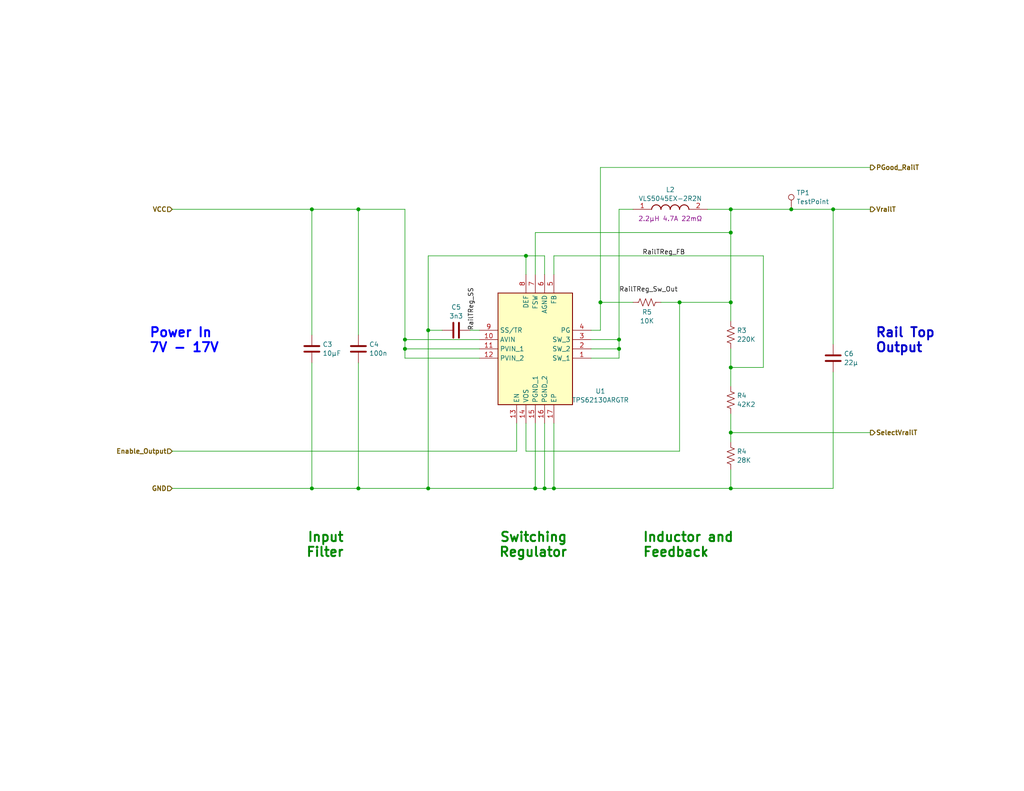
<source format=kicad_sch>
(kicad_sch (version 20230121) (generator eeschema)
  (paper "USLetter")
  (title_block (title "1016 Breadboard Power Supply - Rail T Power Regulator") (date "2023-10-01") (rev "1") (company "Dan Wilson") (comment 1 "Copyright © 2023, Dan Wilson"))
  (lib_symbols
    (symbol "1016:TPS62130RGTR"
      (property "Reference" "U**" (at 26.67 17.78 0))
      (property "Value" "TPS62130RGTR" (at 26.67 15.24 0))
      (symbol "TPS62130RGTR_1_1"
        (rectangle (start 5.08 12.7) (end 25.4 -17.78) (stroke (width 0.254)) (fill (type background)))
        (pin passive line (at 0 0 0) (length 5.08) (name "SW_1") (number "1"))
        (pin passive line (at 30.48 -5.08 180) (length 5.08) (name "AVIN") (number "10"))
        (pin passive line (at 30.48 -2.54 180) (length 5.08) (name "PVIN_1") (number "11"))
        (pin passive line (at 30.48 0 180) (length 5.08) (name "PVIN_2") (number "12"))
        (pin passive line (at 20.32 17.78 270) (length 5.08) (name "EN") (number "13"))
        (pin passive line (at 17.78 17.78 270) (length 5.08) (name "VOS") (number "14"))
        (pin passive line (at 15.24 17.78 270) (length 5.08) (name "PGND_1") (number "15"))
        (pin passive line (at 12.7 17.78 270) (length 5.08) (name "PGND_2") (number "16"))
        (pin passive line (at 10.16 17.78 270) (length 5.08) (name "EP") (number "17"))
        (pin passive line (at 0 -2.54 0) (length 5.08) (name "SW_2") (number "2"))
        (pin passive line (at 0 -5.08 0) (length 5.08) (name "SW_3") (number "3"))
        (pin passive line (at 0 -7.62 0) (length 5.08) (name "PG") (number "4"))
        (pin passive line (at 10.16 -22.86 90) (length 5.08) (name "FB") (number "5"))
        (pin passive line (at 12.7 -22.86 90) (length 5.08) (name "AGND") (number "6"))
        (pin passive line (at 15.24 -22.86 90) (length 5.08) (name "FSW") (number "7"))
        (pin passive line (at 17.78 -22.86 90) (length 5.08) (name "DEF") (number "8"))
        (pin passive line (at 30.48 -7.62 180) (length 5.08) (name "SS/TR") (number "9"))
      )
    )
    (symbol "1016:VLS5045EX-2R2N" (pin_names hide)
      (property "Reference" "L" (at 16.51 6.35 0))
      (property "Value" "VLS5045EX-2R2N" (at 16.51 3.81 0))
      (symbol "VLS5045EX-2R2N_1_1"
        (arc (start 7.62 0) (mid 6.35 1.219) (end 5.08 0) (stroke (width 0.254)))
        (arc (start 10.16 0) (mid 8.89 1.219) (end 7.62 0) (stroke (width 0.254)))
        (arc (start 12.7 0) (mid 11.43 1.219) (end 10.16 0) (stroke (width 0.254)))
        (arc (start 15.24 0) (mid 13.97 1.219) (end 12.7 0) (stroke (width 0.254)))
        (pin passive line (at 0 0 0) (length 5.08) (name "1") (number "1"))
        (pin passive line (at 20.32 0 180) (length 5.08) (name "2") (number "2"))
      )
    )
    (symbol "Connector:TestPoint" (pin_numbers hide) (pin_names (offset 0.762) hide)
      (property "Reference" "TP" (at 0 6.858 0))
      (property "Value" "TestPoint" (at 0 5.08 0))
      (symbol "TestPoint_0_1"
        (circle (center 0 3.302) (radius 0.762))
      )
      (symbol "TestPoint_1_1"
        (pin passive line (at 0 0 90) (length 2.54) (name "1") (number "1"))
      )
    )
    (symbol "Device:C" (pin_numbers hide) (pin_names (offset 0.254))
      (property "Reference" "C" (at 0.635 2.54 0))
      (property "Value" "C" (at 0.635 -2.54 0))
      (symbol "C_0_1"
        (polyline (pts (xy -2.032 -0.762) (xy 2.032 -0.762)) (stroke (width 0.508)))
        (polyline (pts (xy -2.032 0.762) (xy 2.032 0.762)) (stroke (width 0.508)))
      )
      (symbol "C_1_1"
        (pin passive line (at 0 3.81 270) (length 2.794) (name "~") (number "1"))
        (pin passive line (at 0 -3.81 90) (length 2.794) (name "~") (number "2"))
      )
    )
    (symbol "Device:R_US" (pin_numbers hide) (pin_names (offset 0))
      (property "Reference" "R" (at 2.54 0 90))
      (property "Value" "R_US" (at -2.54 0 90))
      (symbol "R_US_0_1"
        (polyline (pts (xy 0 -2.286) (xy 0 -2.54)))
        (polyline (pts (xy 0 2.286) (xy 0 2.54)))
        (polyline (pts (xy 0 -0.762) (xy 1.016 -1.143) (xy 0 -1.524) (xy -1.016 -1.905) (xy 0 -2.286)))
        (polyline (pts (xy 0 0.762) (xy 1.016 0.381) (xy 0 0) (xy -1.016 -0.381) (xy 0 -0.762)))
        (polyline (pts (xy 0 2.286) (xy 1.016 1.905) (xy 0 1.524) (xy -1.016 1.143) (xy 0 0.762)))
      )
      (symbol "R_US_1_1"
        (pin passive line (at 0 3.81 270) (length 1.27) (name "~") (number "1"))
        (pin passive line (at 0 -3.81 90) (length 1.27) (name "~") (number "2"))
      )
    )
  )
  (junction (at 227.33 57.15))
  (junction (at 199.39 100.33))
  (junction (at 85.09 57.15))
  (junction (at 199.39 57.15))
  (junction (at 199.39 82.55))
  (junction (at 146.05 133.35))
  (junction (at 163.83 82.55))
  (junction (at 85.09 133.35))
  (junction (at 168.91 92.71))
  (junction (at 97.79 133.35))
  (junction (at 168.91 95.25))
  (junction (at 116.84 90.17))
  (junction (at 110.49 92.71))
  (junction (at 110.49 95.25))
  (junction (at 199.39 63.5))
  (junction (at 143.51 69.85))
  (junction (at 148.59 133.35))
  (junction (at 199.39 133.35))
  (junction (at 116.84 133.35))
  (junction (at 97.79 57.15))
  (junction (at 185.42 82.55))
  (junction (at 199.39 118.11))
  (junction (at 215.9 57.15))
  (junction (at 151.13 133.35))
  (wire (pts (xy 128.27 90.17) (xy 130.81 90.17)))
  (wire (pts (xy 227.33 133.35) (xy 227.33 101.6)))
  (wire (pts (xy 237.49 45.72) (xy 163.83 45.72)))
  (wire (pts (xy 97.79 133.35) (xy 85.09 133.35)))
  (wire (pts (xy 161.29 97.79) (xy 168.91 97.79)))
  (wire (pts (xy 110.49 95.25) (xy 130.81 95.25)))
  (wire (pts (xy 168.91 57.15) (xy 168.91 92.71)))
  (wire (pts (xy 146.05 63.5) (xy 199.39 63.5)))
  (wire (pts (xy 110.49 92.71) (xy 130.81 92.71)))
  (wire (pts (xy 151.13 133.35) (xy 199.39 133.35)))
  (wire (pts (xy 140.97 123.19) (xy 140.97 115.57)))
  (wire (pts (xy 227.33 93.98) (xy 227.33 57.15)))
  (wire (pts (xy 110.49 97.79) (xy 110.49 95.25)))
  (wire (pts (xy 143.51 69.85) (xy 116.84 69.85)))
  (wire (pts (xy 185.42 82.55) (xy 185.42 123.19)))
  (wire (pts (xy 151.13 69.85) (xy 151.13 74.93)))
  (wire (pts (xy 199.39 100.33) (xy 208.28 100.33)))
  (wire (pts (xy 168.91 95.25) (xy 168.91 97.79)))
  (wire (pts (xy 148.59 69.85) (xy 143.51 69.85)))
  (wire (pts (xy 130.81 97.79) (xy 110.49 97.79)))
  (wire (pts (xy 163.83 45.72) (xy 163.83 82.55)))
  (wire (pts (xy 85.09 57.15) (xy 46.99 57.15)))
  (wire (pts (xy 151.13 133.35) (xy 151.13 115.57)))
  (wire (pts (xy 85.09 133.35) (xy 46.99 133.35)))
  (wire (pts (xy 193.04 57.15) (xy 199.39 57.15)))
  (wire (pts (xy 199.39 63.5) (xy 199.39 82.55)))
  (wire (pts (xy 163.83 82.55) (xy 163.83 90.17)))
  (wire (pts (xy 168.91 92.71) (xy 168.91 95.25)))
  (wire (pts (xy 161.29 92.71) (xy 168.91 92.71)))
  (wire (pts (xy 116.84 133.35) (xy 146.05 133.35)))
  (wire (pts (xy 146.05 74.93) (xy 146.05 63.5)))
  (wire (pts (xy 143.51 123.19) (xy 143.51 115.57)))
  (wire (pts (xy 215.9 57.15) (xy 227.33 57.15)))
  (wire (pts (xy 146.05 133.35) (xy 148.59 133.35)))
  (wire (pts (xy 97.79 57.15) (xy 85.09 57.15)))
  (wire (pts (xy 143.51 74.93) (xy 143.51 69.85)))
  (wire (pts (xy 97.79 99.06) (xy 97.79 133.35)))
  (wire (pts (xy 148.59 133.35) (xy 148.59 115.57)))
  (wire (pts (xy 110.49 57.15) (xy 97.79 57.15)))
  (wire (pts (xy 161.29 90.17) (xy 163.83 90.17)))
  (wire (pts (xy 143.51 123.19) (xy 185.42 123.19)))
  (wire (pts (xy 208.28 100.33) (xy 208.28 69.85)))
  (wire (pts (xy 208.28 69.85) (xy 151.13 69.85)))
  (wire (pts (xy 199.39 57.15) (xy 215.9 57.15)))
  (wire (pts (xy 199.39 118.11) (xy 199.39 120.65)))
  (wire (pts (xy 168.91 57.15) (xy 172.72 57.15)))
  (wire (pts (xy 199.39 57.15) (xy 199.39 63.5)))
  (wire (pts (xy 163.83 82.55) (xy 172.72 82.55)))
  (wire (pts (xy 161.29 95.25) (xy 168.91 95.25)))
  (wire (pts (xy 199.39 133.35) (xy 227.33 133.35)))
  (wire (pts (xy 199.39 113.03) (xy 199.39 118.11)))
  (wire (pts (xy 97.79 57.15) (xy 97.79 91.44)))
  (wire (pts (xy 227.33 57.15) (xy 237.49 57.15)))
  (wire (pts (xy 116.84 133.35) (xy 97.79 133.35)))
  (wire (pts (xy 116.84 90.17) (xy 120.65 90.17)))
  (wire (pts (xy 199.39 100.33) (xy 199.39 105.41)))
  (wire (pts (xy 148.59 133.35) (xy 151.13 133.35)))
  (wire (pts (xy 199.39 95.25) (xy 199.39 100.33)))
  (wire (pts (xy 185.42 82.55) (xy 199.39 82.55)))
  (wire (pts (xy 46.99 123.19) (xy 140.97 123.19)))
  (wire (pts (xy 199.39 118.11) (xy 237.49 118.11)))
  (wire (pts (xy 148.59 74.93) (xy 148.59 69.85)))
  (wire (pts (xy 199.39 128.27) (xy 199.39 133.35)))
  (wire (pts (xy 199.39 82.55) (xy 199.39 87.63)))
  (wire (pts (xy 85.09 99.06) (xy 85.09 133.35)))
  (wire (pts (xy 116.84 90.17) (xy 116.84 133.35)))
  (wire (pts (xy 116.84 69.85) (xy 116.84 90.17)))
  (wire (pts (xy 146.05 115.57) (xy 146.05 133.35)))
  (wire (pts (xy 110.49 95.25) (xy 110.49 92.71)))
  (wire (pts (xy 85.09 57.15) (xy 85.09 91.44)))
  (wire (pts (xy 110.49 92.71) (xy 110.49 57.15)))
  (wire (pts (xy 180.34 82.55) (xy 185.42 82.55)))
  (text "Rail Top\nOutput" (at 238.76 96.52 0) (effects (font (size 2.54 2.54) bold) (justify left bottom)))
  (text "Power In\n7V - 17V" (at 40.64 96.52 0) (effects (font (size 2.54 2.54) (thickness 0.508) bold) (justify left bottom)))
  (text "Input\nFilter" (at 93.98 152.4 0) (effects (font (size 2.54 2.54) bold) (justify right bottom)))
  (text "Inductor and\nFeedback" (at 175.26 152.4 0) (effects (font (size 2.54 2.54) bold) (justify left bottom)))
  (text "Switching\nRegulator" (at 154.94 152.4 0) (effects (font (size 2.54 2.54) bold) (justify right bottom)))
  (label "RailTReg_SS" (at 129.54 90.17 90))
  (label "RailTReg_FB" (at 175.26 69.85 0))
  (label "RailTReg_Sw_Out" (at 168.91 80.01 0))
  (hierarchical_label "Enable_Output" (shape input) (at 46.99 123.19 180) (effects (font bold)))
  (hierarchical_label "VCC" (shape input) (at 46.99 57.15 180) (effects (font bold)))
  (hierarchical_label "PGood_RailT" (shape output) (at 237.49 45.72 0) (effects (font bold)))
  (hierarchical_label "SelectVrailT" (shape output) (at 237.49 118.11 0) (effects (font bold)))
  (hierarchical_label "GND" (shape input) (at 46.99 133.35 180) (effects (font bold)))
  (hierarchical_label "VrailT" (shape output) (at 237.49 57.15 0) (effects (font (thickness 0.254) bold)))
  (symbol (lib_id "Device:R_US") (at 199.39 109.22 0) (unit 1)
    (property "Reference" "R4" (at 201.041 108.0079 0) (effects (justify left)))
    (property "Value" "42K2" (at 201.041 110.4321 0) (effects (justify left)))
    (property "Footprint" "Resistor_SMD:R_0603_1608Metric" (effects hide))
    (property "Datasheet" "https://www.mouser.com/datasheet/2/447/YAGEO_PYu_RC_Group_51_RoHS_L_12-3313492.pdf" (effects hide))
    (property "Description" "Feedback Rbot" (effects hide))
    (property "Height" "0.45" (effects hide))
    (property "LCSC Part Number" "C273741" (effects hide))
    (property "Manufacturer_Name" "Yageo" (effects hide))
    (property "Manufacturer_Part_Number" "RC0603FR-0742K2L" (effects hide))
    (property "Mouser Part Number" "603-RC0603FR-0742K2L" (effects hide))
    (property "Spec" "42K2 100mW" (effects hide))
    (instances (project "1016 Breadboard Power Supply" (path "" (reference "R4") (unit 1)) (path "" (reference "R8") (unit 1))))
  )
  (symbol (lib_id "Device:C") (at 85.09 95.25 0) (unit 1)
    (property "Reference" "C3" (at 88.011 94.0379 0) (effects (justify left)))
    (property "Value" "10µF" (at 88.011 96.4621 0) (effects (justify left)))
    (property "Footprint" "Capacitor_SMD:C_0603_1608Metric" (effects hide))
    (property "Datasheet" "https://www.mouser.com/datasheet/2/585/MLCC-1837944.pdf" (effects hide))
    (property "Description" "Input Capacitor" (effects hide))
    (property "Height" "0.8" (effects hide))
    (property "LCSC Part Number" "C96446" (effects hide))
    (property "Manufacturer_Name" "Samsung" (effects hide))
    (property "Manufacturer_Part_Number" "CL10A106MA8NRNC" (effects hide))
    (property "Mouser Part Number" "187-CL10A106MA8NRNC" (effects hide))
    (property "Spec" "10µ 25V" (effects hide))
    (instances (project "1016 Breadboard Power Supply" (path "" (reference "C3") (unit 1)) (path "" (reference "C7") (unit 1))))
  )
  (symbol (lib_id "Device:R_US") (at 199.39 124.46 0) (unit 1)
    (property "Reference" "R4" (at 201.041 123.2479 0) (effects (justify left)))
    (property "Value" "28K" (at 201.041 125.6721 0) (effects (justify left)))
    (property "Footprint" "Resistor_SMD:R_0603_1608Metric" (effects hide))
    (property "Datasheet" "https://www.mouser.com/datasheet/2/447/YAGEO_PYu_RC_Group_51_RoHS_L_12-3313492.pdf" (effects hide))
    (property "Description" "Feedback Rbot" (effects hide))
    (property "Height" "0.45" (effects hide))
    (property "LCSC Part Number" "C273777" (effects hide))
    (property "Manufacturer_Name" "Yageo" (effects hide))
    (property "Manufacturer_Part_Number" "RC0603FR-0728KL" (effects hide))
    (property "Mouser Part Number" "603-RC0603FR-0728KL" (effects hide))
    (property "Spec" "28K 100mW" (effects hide))
    (instances (project "1016 Breadboard Power Supply" (path "" (reference "R4") (unit 1)) (path "" (reference "R9") (unit 1))))
  )
  (symbol (lib_id "Device:C") (at 97.79 95.25 0) (unit 1)
    (property "Reference" "C4" (at 100.711 94.0379 0) (effects (justify left)))
    (property "Value" "100n" (at 100.711 96.4621 0) (effects (justify left)))
    (property "Footprint" "Capacitor_SMD:C_0603_1608Metric" (effects hide))
    (property "Datasheet" "https://www.mouser.com/datasheet/2/585/MLCC-1837944.pdf" (effects hide))
    (property "Description" "Bypass Capacitor" (effects hide))
    (property "Height" "0.8" (effects hide))
    (property "LCSC Part Number" "C1590" (effects hide))
    (property "Manufacturer_Name" "Samsung" (effects hide))
    (property "Manufacturer_Part_Number" "CL10B104KA8NNNC" (effects hide))
    (property "Mouser Part Number" "187-CL10B104KA8NNNC" (effects hide))
    (property "Spec" "100n 25V" (effects hide))
    (instances (project "1016 Breadboard Power Supply" (path "" (reference "C4") (unit 1)) (path "" (reference "C8") (unit 1))))
  )
  (symbol (lib_id "Device:R_US") (at 199.39 91.44 0) (unit 1)
    (property "Reference" "R3" (at 201.041 90.2279 0) (effects (justify left)))
    (property "Value" "220K" (at 201.041 92.6521 0) (effects (justify left)))
    (property "Footprint" "Resistor_SMD:R_0603_1608Metric" (effects hide))
    (property "Datasheet" "https://www.mouser.com/datasheet/2/447/YAGEO_PYu_RC_Group_51_RoHS_L_12-3313492.pdf" (effects hide))
    (property "Description" "Feedback Rtop" (effects hide))
    (property "Height" "0.45" (effects hide))
    (property "LCSC Part Number" "C123420" (effects hide))
    (property "Manufacturer_Name" "Yageo" (effects hide))
    (property "Manufacturer_Part_Number" "RC0603FR-07220KL" (effects hide))
    (property "Mouser Part Number" "603-RC0603FR-07220KL" (effects hide))
    (property "Spec" "220K 100mW" (effects hide))
    (instances (project "1016 Breadboard Power Supply" (path "" (reference "R3") (unit 1)) (path "" (reference "R7") (unit 1))))
  )
  (symbol (lib_id "1016:VLS5045EX-2R2N") (at 172.72 57.15 0) (unit 1)
    (property "Reference" "L2" (at 182.88 51.7867 0))
    (property "Value" "VLS5045EX-2R2N" (at 182.88 54.2109 0))
    (property "Footprint" "VLS5045EX330M" (effects hide))
    (property "Datasheet" "https://product.tdk.com/system/files/dam/doc/product/inductor/inductor/smd/catalog/inductor_commercial_power_vls5045ex_en.pdf" (effects hide))
    (property "Height" "4.5" (effects hide))
    (property "Manufacturer_Name" "TDK" (effects hide))
    (property "Manufacturer_Part_Number" "VLS5045EX-2R2N" (effects hide))
    (property "Mouser Part Number" "810-VLS5045EX-2R2N" (effects hide))
    (property "LCSC Part Number" "C434831" (effects hide))
    (property "Spec" "2.2µH 4.7A 22mΩ" (at 182.88 59.69 0))
    (instances (project "1016 Breadboard Power Supply" (path "" (reference "L2") (unit 1)) (path "" (reference "L3") (unit 1))))
  )
  (symbol (lib_id "Device:C") (at 227.33 97.79 0) (unit 1)
    (property "Reference" "C6" (at 230.251 96.5779 0) (effects (justify left)))
    (property "Value" "22µ" (at 230.251 99.0021 0) (effects (justify left)))
    (property "Footprint" "Capacitor_SMD:C_0603_1608Metric" (effects hide))
    (property "Datasheet" "https://www.mouser.com/ProductDetail/Samsung-Electro-Mechanics/CL10A226MQ8NRNE?qs=X6jEic%2FHinBWGhq5TM88TA%3D%3D" (effects hide))
    (property "Description" "Output Capacitor" (effects hide))
    (property "Height" "0.8" (effects hide))
    (property "LCSC Part Number" "C159801" (effects hide))
    (property "Manufacturer_Name" "Samsung" (effects hide))
    (property "Manufacturer_Part_Number" "CL10A226MQ8NRNE" (effects hide))
    (property "Mouser Part Number" "187-CL10A226MQ8NRNE" (effects hide))
    (property "Spec" "22µ 6V3" (effects hide))
    (instances (project "1016 Breadboard Power Supply" (path "" (reference "C6") (unit 1)) (path "" (reference "C10") (unit 1))))
  )
  (symbol (lib_id "Device:R_US") (at 176.53 82.55 270) (unit 1)
    (property "Reference" "R5" (at 176.53 85.2058 90))
    (property "Value" "10K" (at 176.53 87.63 90))
    (property "Footprint" "Resistor_SMD:R_0603_1608Metric" (effects hide))
    (property "Datasheet" "https://www.mouser.com/datasheet/2/447/YAGEO_PYu_RC_Group_51_RoHS_L_12-3313492.pdf" (effects hide))
    (property "Description" "Power Good Pull-Up Resistor" (effects hide))
    (property "Height" "0.45" (effects hide))
    (property "LCSC Part Number" "C98220" (effects hide))
    (property "Manufacturer_Name" "Yageo" (effects hide))
    (property "Manufacturer_Part_Number" "RC0603FR-0710KL" (effects hide))
    (property "Mouser Part Number" "603-RC0603FR-0710KL" (effects hide))
    (property "Spec" "10K 100mW" (effects hide))
  )
  (symbol (lib_id "Device:C") (at 124.46 90.17 90) (unit 1)
    (property "Reference" "C5" (at 124.46 83.8667 90))
    (property "Value" "3n3" (at 124.46 86.2909 90))
    (property "Footprint" "Capacitor_SMD:C_0603_1608Metric" (effects hide))
    (property "Datasheet" "https://www.mouser.com/datasheet/2/447/UPY_NP0X5R_01005_4V_to_25V_V10-3003057.pdf" (effects hide))
    (property "Description" "Startup Capacitor" (effects hide))
    (property "Height" "0.8" (effects hide))
    (property "LCSC Part Number" "C519423" (effects hide))
    (property "Manufacturer_Name" "Yageo" (effects hide))
    (property "Manufacturer_Part_Number" "CC0603KRX7R8BB332" (effects hide))
    (property "Mouser Part Number" "603-CC0603KRX7R8BB332" (effects hide))
    (property "Spec" "3n3 25V" (effects hide))
    (instances (project "1016 Breadboard Power Supply" (path "" (reference "C5") (unit 1)) (path "" (reference "C9") (unit 1))))
  )
  (symbol (lib_id "1016:TPS62130RGTR") (at 161.29 97.79 180) (unit 1)
    (property "Reference" "U1" (at 163.83 106.7958 0))
    (property "Value" "TPS62130ARGTR" (at 163.83 109.22 0))
    (property "Footprint" "QFN50P300X300X100-17N-D" (effects hide))
    (property "Datasheet" "http://www.ti.com/lit/ds/symlink/tps62130.pdf" (effects hide))
    (property "Height" "1" (effects hide))
    (property "Manufacturer_Name" "Texas Instruments" (effects hide))
    (property "Manufacturer_Part_Number" "TPS62130ARGTR" (effects hide))
    (property "Mouser Part Number" "595-TPS62130ARGTR" (effects hide))
    (property "Description" "MCU Regulator" (effects hide))
    (property "LCSC Part Number" "C337502" (effects hide))
    (property "Spec" "2.5MHz Buck Reg" (effects hide))
    (instances (project "1016 Breadboard Power Supply" (path "" (reference "U1") (unit 1)) (path "" (reference "U2") (unit 1))))
  )
  (symbol (lib_id "Connector:TestPoint") (at 215.9 57.15 0) (unit 1) (in_bom no)
    (property "Reference" "TP1" (at 217.297 52.6359 0) (effects (justify left)))
    (property "Value" "TestPoint" (at 217.297 55.0601 0) (effects (justify left)))
    (property "Footprint" "TestPoint:TestPoint_THTPad_D1.0mm_Drill0.5mm" (effects hide))
    (instances (project "1016 Breadboard Power Supply" (path "" (reference "TP1") (unit 1)) (path "" (reference "TP3") (unit 1))))
  )
)
</source>
